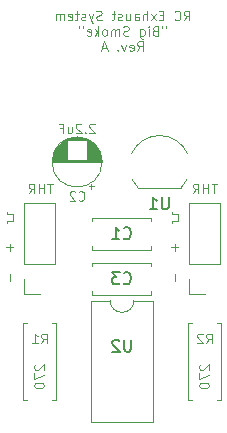
<source format=gbo>
G04 #@! TF.GenerationSoftware,KiCad,Pcbnew,(5.1.8)-1*
G04 #@! TF.CreationDate,2023-08-31T22:35:53+02:00*
G04 #@! TF.ProjectId,RC Exhaust System,52432045-7868-4617-9573-742053797374,rev?*
G04 #@! TF.SameCoordinates,Original*
G04 #@! TF.FileFunction,Legend,Bot*
G04 #@! TF.FilePolarity,Positive*
%FSLAX46Y46*%
G04 Gerber Fmt 4.6, Leading zero omitted, Abs format (unit mm)*
G04 Created by KiCad (PCBNEW (5.1.8)-1) date 2023-08-31 22:35:53*
%MOMM*%
%LPD*%
G01*
G04 APERTURE LIST*
%ADD10C,0.100000*%
%ADD11C,0.120000*%
%ADD12C,0.150000*%
G04 APERTURE END LIST*
D10*
X85095142Y-96735238D02*
X85095142Y-97344761D01*
X85095142Y-94195238D02*
X85095142Y-94804761D01*
X85399904Y-94500000D02*
X84790380Y-94500000D01*
D11*
X85380900Y-92277500D02*
X85380900Y-91642500D01*
X84872900Y-91642500D02*
X84872900Y-91515500D01*
X84872900Y-92277500D02*
X85380900Y-92277500D01*
X85380900Y-91642500D02*
X84872900Y-91642500D01*
X84872900Y-92277500D02*
X84872900Y-92404500D01*
X70902900Y-92277500D02*
X71410900Y-92277500D01*
X70902900Y-92277500D02*
X70902900Y-92404500D01*
X71410900Y-92277500D02*
X71410900Y-91642500D01*
X71410900Y-91642500D02*
X70902900Y-91642500D01*
X70902900Y-91642500D02*
X70902900Y-91515500D01*
D10*
X71125142Y-94195238D02*
X71125142Y-94804761D01*
X71429904Y-94500000D02*
X70820380Y-94500000D01*
X71125142Y-96735238D02*
X71125142Y-97344761D01*
X88677619Y-89096904D02*
X88220476Y-89096904D01*
X88449047Y-89896904D02*
X88449047Y-89096904D01*
X87953809Y-89896904D02*
X87953809Y-89096904D01*
X87953809Y-89477857D02*
X87496666Y-89477857D01*
X87496666Y-89896904D02*
X87496666Y-89096904D01*
X86658571Y-89896904D02*
X86925238Y-89515952D01*
X87115714Y-89896904D02*
X87115714Y-89096904D01*
X86810952Y-89096904D01*
X86734761Y-89135000D01*
X86696666Y-89173095D01*
X86658571Y-89249285D01*
X86658571Y-89363571D01*
X86696666Y-89439761D01*
X86734761Y-89477857D01*
X86810952Y-89515952D01*
X87115714Y-89515952D01*
X74788809Y-89096904D02*
X74331666Y-89096904D01*
X74560238Y-89896904D02*
X74560238Y-89096904D01*
X74065000Y-89896904D02*
X74065000Y-89096904D01*
X74065000Y-89477857D02*
X73607857Y-89477857D01*
X73607857Y-89896904D02*
X73607857Y-89096904D01*
X72769761Y-89896904D02*
X73036428Y-89515952D01*
X73226904Y-89896904D02*
X73226904Y-89096904D01*
X72922142Y-89096904D01*
X72845952Y-89135000D01*
X72807857Y-89173095D01*
X72769761Y-89249285D01*
X72769761Y-89363571D01*
X72807857Y-89439761D01*
X72845952Y-89477857D01*
X72922142Y-89515952D01*
X73226904Y-89515952D01*
X85892000Y-75261904D02*
X86158666Y-74880952D01*
X86349142Y-75261904D02*
X86349142Y-74461904D01*
X86044380Y-74461904D01*
X85968190Y-74500000D01*
X85930095Y-74538095D01*
X85892000Y-74614285D01*
X85892000Y-74728571D01*
X85930095Y-74804761D01*
X85968190Y-74842857D01*
X86044380Y-74880952D01*
X86349142Y-74880952D01*
X85092000Y-75185714D02*
X85130095Y-75223809D01*
X85244380Y-75261904D01*
X85320571Y-75261904D01*
X85434857Y-75223809D01*
X85511047Y-75147619D01*
X85549142Y-75071428D01*
X85587238Y-74919047D01*
X85587238Y-74804761D01*
X85549142Y-74652380D01*
X85511047Y-74576190D01*
X85434857Y-74500000D01*
X85320571Y-74461904D01*
X85244380Y-74461904D01*
X85130095Y-74500000D01*
X85092000Y-74538095D01*
X84139619Y-74842857D02*
X83872952Y-74842857D01*
X83758666Y-75261904D02*
X84139619Y-75261904D01*
X84139619Y-74461904D01*
X83758666Y-74461904D01*
X83492000Y-75261904D02*
X83072952Y-74728571D01*
X83492000Y-74728571D02*
X83072952Y-75261904D01*
X82768190Y-75261904D02*
X82768190Y-74461904D01*
X82425333Y-75261904D02*
X82425333Y-74842857D01*
X82463428Y-74766666D01*
X82539619Y-74728571D01*
X82653904Y-74728571D01*
X82730095Y-74766666D01*
X82768190Y-74804761D01*
X81701523Y-75261904D02*
X81701523Y-74842857D01*
X81739619Y-74766666D01*
X81815809Y-74728571D01*
X81968190Y-74728571D01*
X82044380Y-74766666D01*
X81701523Y-75223809D02*
X81777714Y-75261904D01*
X81968190Y-75261904D01*
X82044380Y-75223809D01*
X82082476Y-75147619D01*
X82082476Y-75071428D01*
X82044380Y-74995238D01*
X81968190Y-74957142D01*
X81777714Y-74957142D01*
X81701523Y-74919047D01*
X80977714Y-74728571D02*
X80977714Y-75261904D01*
X81320571Y-74728571D02*
X81320571Y-75147619D01*
X81282476Y-75223809D01*
X81206285Y-75261904D01*
X81092000Y-75261904D01*
X81015809Y-75223809D01*
X80977714Y-75185714D01*
X80634857Y-75223809D02*
X80558666Y-75261904D01*
X80406285Y-75261904D01*
X80330095Y-75223809D01*
X80292000Y-75147619D01*
X80292000Y-75109523D01*
X80330095Y-75033333D01*
X80406285Y-74995238D01*
X80520571Y-74995238D01*
X80596761Y-74957142D01*
X80634857Y-74880952D01*
X80634857Y-74842857D01*
X80596761Y-74766666D01*
X80520571Y-74728571D01*
X80406285Y-74728571D01*
X80330095Y-74766666D01*
X80063428Y-74728571D02*
X79758666Y-74728571D01*
X79949142Y-74461904D02*
X79949142Y-75147619D01*
X79911047Y-75223809D01*
X79834857Y-75261904D01*
X79758666Y-75261904D01*
X78920571Y-75223809D02*
X78806285Y-75261904D01*
X78615809Y-75261904D01*
X78539619Y-75223809D01*
X78501523Y-75185714D01*
X78463428Y-75109523D01*
X78463428Y-75033333D01*
X78501523Y-74957142D01*
X78539619Y-74919047D01*
X78615809Y-74880952D01*
X78768190Y-74842857D01*
X78844380Y-74804761D01*
X78882476Y-74766666D01*
X78920571Y-74690476D01*
X78920571Y-74614285D01*
X78882476Y-74538095D01*
X78844380Y-74500000D01*
X78768190Y-74461904D01*
X78577714Y-74461904D01*
X78463428Y-74500000D01*
X78196761Y-74728571D02*
X78006285Y-75261904D01*
X77815809Y-74728571D02*
X78006285Y-75261904D01*
X78082476Y-75452380D01*
X78120571Y-75490476D01*
X78196761Y-75528571D01*
X77549142Y-75223809D02*
X77472952Y-75261904D01*
X77320571Y-75261904D01*
X77244380Y-75223809D01*
X77206285Y-75147619D01*
X77206285Y-75109523D01*
X77244380Y-75033333D01*
X77320571Y-74995238D01*
X77434857Y-74995238D01*
X77511047Y-74957142D01*
X77549142Y-74880952D01*
X77549142Y-74842857D01*
X77511047Y-74766666D01*
X77434857Y-74728571D01*
X77320571Y-74728571D01*
X77244380Y-74766666D01*
X76977714Y-74728571D02*
X76672952Y-74728571D01*
X76863428Y-74461904D02*
X76863428Y-75147619D01*
X76825333Y-75223809D01*
X76749142Y-75261904D01*
X76672952Y-75261904D01*
X76101523Y-75223809D02*
X76177714Y-75261904D01*
X76330095Y-75261904D01*
X76406285Y-75223809D01*
X76444380Y-75147619D01*
X76444380Y-74842857D01*
X76406285Y-74766666D01*
X76330095Y-74728571D01*
X76177714Y-74728571D01*
X76101523Y-74766666D01*
X76063428Y-74842857D01*
X76063428Y-74919047D01*
X76444380Y-74995238D01*
X75720571Y-75261904D02*
X75720571Y-74728571D01*
X75720571Y-74804761D02*
X75682476Y-74766666D01*
X75606285Y-74728571D01*
X75492000Y-74728571D01*
X75415809Y-74766666D01*
X75377714Y-74842857D01*
X75377714Y-75261904D01*
X75377714Y-74842857D02*
X75339619Y-74766666D01*
X75263428Y-74728571D01*
X75149142Y-74728571D01*
X75072952Y-74766666D01*
X75034857Y-74842857D01*
X75034857Y-75261904D01*
X84349142Y-75761904D02*
X84349142Y-75914285D01*
X84044380Y-75761904D02*
X84044380Y-75914285D01*
X83434857Y-76142857D02*
X83320571Y-76180952D01*
X83282476Y-76219047D01*
X83244380Y-76295238D01*
X83244380Y-76409523D01*
X83282476Y-76485714D01*
X83320571Y-76523809D01*
X83396761Y-76561904D01*
X83701523Y-76561904D01*
X83701523Y-75761904D01*
X83434857Y-75761904D01*
X83358666Y-75800000D01*
X83320571Y-75838095D01*
X83282476Y-75914285D01*
X83282476Y-75990476D01*
X83320571Y-76066666D01*
X83358666Y-76104761D01*
X83434857Y-76142857D01*
X83701523Y-76142857D01*
X82901523Y-76561904D02*
X82901523Y-76028571D01*
X82901523Y-75761904D02*
X82939619Y-75800000D01*
X82901523Y-75838095D01*
X82863428Y-75800000D01*
X82901523Y-75761904D01*
X82901523Y-75838095D01*
X82177714Y-76028571D02*
X82177714Y-76676190D01*
X82215809Y-76752380D01*
X82253904Y-76790476D01*
X82330095Y-76828571D01*
X82444380Y-76828571D01*
X82520571Y-76790476D01*
X82177714Y-76523809D02*
X82253904Y-76561904D01*
X82406285Y-76561904D01*
X82482476Y-76523809D01*
X82520571Y-76485714D01*
X82558666Y-76409523D01*
X82558666Y-76180952D01*
X82520571Y-76104761D01*
X82482476Y-76066666D01*
X82406285Y-76028571D01*
X82253904Y-76028571D01*
X82177714Y-76066666D01*
X81225333Y-76523809D02*
X81111047Y-76561904D01*
X80920571Y-76561904D01*
X80844380Y-76523809D01*
X80806285Y-76485714D01*
X80768190Y-76409523D01*
X80768190Y-76333333D01*
X80806285Y-76257142D01*
X80844380Y-76219047D01*
X80920571Y-76180952D01*
X81072952Y-76142857D01*
X81149142Y-76104761D01*
X81187238Y-76066666D01*
X81225333Y-75990476D01*
X81225333Y-75914285D01*
X81187238Y-75838095D01*
X81149142Y-75800000D01*
X81072952Y-75761904D01*
X80882476Y-75761904D01*
X80768190Y-75800000D01*
X80425333Y-76561904D02*
X80425333Y-76028571D01*
X80425333Y-76104761D02*
X80387238Y-76066666D01*
X80311047Y-76028571D01*
X80196761Y-76028571D01*
X80120571Y-76066666D01*
X80082476Y-76142857D01*
X80082476Y-76561904D01*
X80082476Y-76142857D02*
X80044380Y-76066666D01*
X79968190Y-76028571D01*
X79853904Y-76028571D01*
X79777714Y-76066666D01*
X79739619Y-76142857D01*
X79739619Y-76561904D01*
X79244380Y-76561904D02*
X79320571Y-76523809D01*
X79358666Y-76485714D01*
X79396761Y-76409523D01*
X79396761Y-76180952D01*
X79358666Y-76104761D01*
X79320571Y-76066666D01*
X79244380Y-76028571D01*
X79130095Y-76028571D01*
X79053904Y-76066666D01*
X79015809Y-76104761D01*
X78977714Y-76180952D01*
X78977714Y-76409523D01*
X79015809Y-76485714D01*
X79053904Y-76523809D01*
X79130095Y-76561904D01*
X79244380Y-76561904D01*
X78634857Y-76561904D02*
X78634857Y-75761904D01*
X78558666Y-76257142D02*
X78330095Y-76561904D01*
X78330095Y-76028571D02*
X78634857Y-76333333D01*
X77682476Y-76523809D02*
X77758666Y-76561904D01*
X77911047Y-76561904D01*
X77987238Y-76523809D01*
X78025333Y-76447619D01*
X78025333Y-76142857D01*
X77987238Y-76066666D01*
X77911047Y-76028571D01*
X77758666Y-76028571D01*
X77682476Y-76066666D01*
X77644380Y-76142857D01*
X77644380Y-76219047D01*
X78025333Y-76295238D01*
X77339619Y-75761904D02*
X77339619Y-75914285D01*
X77034857Y-75761904D02*
X77034857Y-75914285D01*
X81930095Y-77861904D02*
X82196761Y-77480952D01*
X82387238Y-77861904D02*
X82387238Y-77061904D01*
X82082476Y-77061904D01*
X82006285Y-77100000D01*
X81968190Y-77138095D01*
X81930095Y-77214285D01*
X81930095Y-77328571D01*
X81968190Y-77404761D01*
X82006285Y-77442857D01*
X82082476Y-77480952D01*
X82387238Y-77480952D01*
X81282476Y-77823809D02*
X81358666Y-77861904D01*
X81511047Y-77861904D01*
X81587238Y-77823809D01*
X81625333Y-77747619D01*
X81625333Y-77442857D01*
X81587238Y-77366666D01*
X81511047Y-77328571D01*
X81358666Y-77328571D01*
X81282476Y-77366666D01*
X81244380Y-77442857D01*
X81244380Y-77519047D01*
X81625333Y-77595238D01*
X80977714Y-77328571D02*
X80787238Y-77861904D01*
X80596761Y-77328571D01*
X80292000Y-77785714D02*
X80253904Y-77823809D01*
X80292000Y-77861904D01*
X80330095Y-77823809D01*
X80292000Y-77785714D01*
X80292000Y-77861904D01*
X79339619Y-77633333D02*
X78958666Y-77633333D01*
X79415809Y-77861904D02*
X79149142Y-77061904D01*
X78882476Y-77861904D01*
D11*
X83075000Y-92290000D02*
X83075000Y-91975000D01*
X83075000Y-94715000D02*
X83075000Y-94400000D01*
X78135000Y-92290000D02*
X78135000Y-91975000D01*
X78135000Y-94715000D02*
X78135000Y-94400000D01*
X78135000Y-91975000D02*
X83075000Y-91975000D01*
X78135000Y-94715000D02*
X83075000Y-94715000D01*
X78135000Y-98525000D02*
X83075000Y-98525000D01*
X78135000Y-95785000D02*
X83075000Y-95785000D01*
X78135000Y-98525000D02*
X78135000Y-98210000D01*
X78135000Y-96100000D02*
X78135000Y-95785000D01*
X83075000Y-98525000D02*
X83075000Y-98210000D01*
X83075000Y-96100000D02*
X83075000Y-95785000D01*
X74700000Y-107410000D02*
X75030000Y-107410000D01*
X75030000Y-107410000D02*
X75030000Y-100870000D01*
X75030000Y-100870000D02*
X74700000Y-100870000D01*
X72620000Y-107410000D02*
X72290000Y-107410000D01*
X72290000Y-107410000D02*
X72290000Y-100870000D01*
X72290000Y-100870000D02*
X72620000Y-100870000D01*
X86260000Y-100870000D02*
X86590000Y-100870000D01*
X86260000Y-107410000D02*
X86260000Y-100870000D01*
X86590000Y-107410000D02*
X86260000Y-107410000D01*
X89000000Y-100870000D02*
X88670000Y-100870000D01*
X89000000Y-107410000D02*
X89000000Y-100870000D01*
X88670000Y-107410000D02*
X89000000Y-107410000D01*
X86300000Y-98485000D02*
X87630000Y-98485000D01*
X86300000Y-97155000D02*
X86300000Y-98485000D01*
X86300000Y-95885000D02*
X88960000Y-95885000D01*
X88960000Y-95885000D02*
X88960000Y-90745000D01*
X86300000Y-95885000D02*
X86300000Y-90745000D01*
X86300000Y-90745000D02*
X88960000Y-90745000D01*
X81645000Y-99000000D02*
X83295000Y-99000000D01*
X83295000Y-99000000D02*
X83295000Y-109280000D01*
X83295000Y-109280000D02*
X77995000Y-109280000D01*
X77995000Y-109280000D02*
X77995000Y-99000000D01*
X77995000Y-99000000D02*
X79645000Y-99000000D01*
X79645000Y-99000000D02*
G75*
G03*
X81645000Y-99000000I1000000J0D01*
G01*
X78955000Y-87265000D02*
G75*
G03*
X78955000Y-87265000I-2120000J0D01*
G01*
X78915000Y-87265000D02*
X74755000Y-87265000D01*
X78915000Y-87225000D02*
X74755000Y-87225000D01*
X78914000Y-87185000D02*
X74756000Y-87185000D01*
X78912000Y-87145000D02*
X74758000Y-87145000D01*
X78909000Y-87105000D02*
X74761000Y-87105000D01*
X78906000Y-87065000D02*
X77675000Y-87065000D01*
X75995000Y-87065000D02*
X74764000Y-87065000D01*
X78902000Y-87025000D02*
X77675000Y-87025000D01*
X75995000Y-87025000D02*
X74768000Y-87025000D01*
X78897000Y-86985000D02*
X77675000Y-86985000D01*
X75995000Y-86985000D02*
X74773000Y-86985000D01*
X78891000Y-86945000D02*
X77675000Y-86945000D01*
X75995000Y-86945000D02*
X74779000Y-86945000D01*
X78885000Y-86905000D02*
X77675000Y-86905000D01*
X75995000Y-86905000D02*
X74785000Y-86905000D01*
X78877000Y-86865000D02*
X77675000Y-86865000D01*
X75995000Y-86865000D02*
X74793000Y-86865000D01*
X78869000Y-86825000D02*
X77675000Y-86825000D01*
X75995000Y-86825000D02*
X74801000Y-86825000D01*
X78860000Y-86785000D02*
X77675000Y-86785000D01*
X75995000Y-86785000D02*
X74810000Y-86785000D01*
X78851000Y-86745000D02*
X77675000Y-86745000D01*
X75995000Y-86745000D02*
X74819000Y-86745000D01*
X78840000Y-86705000D02*
X77675000Y-86705000D01*
X75995000Y-86705000D02*
X74830000Y-86705000D01*
X78829000Y-86665000D02*
X77675000Y-86665000D01*
X75995000Y-86665000D02*
X74841000Y-86665000D01*
X78817000Y-86625000D02*
X77675000Y-86625000D01*
X75995000Y-86625000D02*
X74853000Y-86625000D01*
X78803000Y-86585000D02*
X77675000Y-86585000D01*
X75995000Y-86585000D02*
X74867000Y-86585000D01*
X78789000Y-86544000D02*
X77675000Y-86544000D01*
X75995000Y-86544000D02*
X74881000Y-86544000D01*
X78775000Y-86504000D02*
X77675000Y-86504000D01*
X75995000Y-86504000D02*
X74895000Y-86504000D01*
X78759000Y-86464000D02*
X77675000Y-86464000D01*
X75995000Y-86464000D02*
X74911000Y-86464000D01*
X78742000Y-86424000D02*
X77675000Y-86424000D01*
X75995000Y-86424000D02*
X74928000Y-86424000D01*
X78724000Y-86384000D02*
X77675000Y-86384000D01*
X75995000Y-86384000D02*
X74946000Y-86384000D01*
X78705000Y-86344000D02*
X77675000Y-86344000D01*
X75995000Y-86344000D02*
X74965000Y-86344000D01*
X78686000Y-86304000D02*
X77675000Y-86304000D01*
X75995000Y-86304000D02*
X74984000Y-86304000D01*
X78665000Y-86264000D02*
X77675000Y-86264000D01*
X75995000Y-86264000D02*
X75005000Y-86264000D01*
X78643000Y-86224000D02*
X77675000Y-86224000D01*
X75995000Y-86224000D02*
X75027000Y-86224000D01*
X78620000Y-86184000D02*
X77675000Y-86184000D01*
X75995000Y-86184000D02*
X75050000Y-86184000D01*
X78595000Y-86144000D02*
X77675000Y-86144000D01*
X75995000Y-86144000D02*
X75075000Y-86144000D01*
X78570000Y-86104000D02*
X77675000Y-86104000D01*
X75995000Y-86104000D02*
X75100000Y-86104000D01*
X78543000Y-86064000D02*
X77675000Y-86064000D01*
X75995000Y-86064000D02*
X75127000Y-86064000D01*
X78515000Y-86024000D02*
X77675000Y-86024000D01*
X75995000Y-86024000D02*
X75155000Y-86024000D01*
X78485000Y-85984000D02*
X77675000Y-85984000D01*
X75995000Y-85984000D02*
X75185000Y-85984000D01*
X78454000Y-85944000D02*
X77675000Y-85944000D01*
X75995000Y-85944000D02*
X75216000Y-85944000D01*
X78422000Y-85904000D02*
X77675000Y-85904000D01*
X75995000Y-85904000D02*
X75248000Y-85904000D01*
X78387000Y-85864000D02*
X77675000Y-85864000D01*
X75995000Y-85864000D02*
X75283000Y-85864000D01*
X78351000Y-85824000D02*
X77675000Y-85824000D01*
X75995000Y-85824000D02*
X75319000Y-85824000D01*
X78313000Y-85784000D02*
X77675000Y-85784000D01*
X75995000Y-85784000D02*
X75357000Y-85784000D01*
X78273000Y-85744000D02*
X77675000Y-85744000D01*
X75995000Y-85744000D02*
X75397000Y-85744000D01*
X78231000Y-85704000D02*
X77675000Y-85704000D01*
X75995000Y-85704000D02*
X75439000Y-85704000D01*
X78186000Y-85664000D02*
X77675000Y-85664000D01*
X75995000Y-85664000D02*
X75484000Y-85664000D01*
X78139000Y-85624000D02*
X77675000Y-85624000D01*
X75995000Y-85624000D02*
X75531000Y-85624000D01*
X78089000Y-85584000D02*
X77675000Y-85584000D01*
X75995000Y-85584000D02*
X75581000Y-85584000D01*
X78035000Y-85544000D02*
X77675000Y-85544000D01*
X75995000Y-85544000D02*
X75635000Y-85544000D01*
X77977000Y-85504000D02*
X77675000Y-85504000D01*
X75995000Y-85504000D02*
X75693000Y-85504000D01*
X77915000Y-85464000D02*
X77675000Y-85464000D01*
X75995000Y-85464000D02*
X75755000Y-85464000D01*
X77848000Y-85424000D02*
X75822000Y-85424000D01*
X77775000Y-85384000D02*
X75895000Y-85384000D01*
X77694000Y-85344000D02*
X75976000Y-85344000D01*
X77603000Y-85304000D02*
X76067000Y-85304000D01*
X77499000Y-85264000D02*
X76171000Y-85264000D01*
X77372000Y-85224000D02*
X76298000Y-85224000D01*
X77205000Y-85184000D02*
X76465000Y-85184000D01*
X78030000Y-89534801D02*
X78030000Y-89134801D01*
X78230000Y-89334801D02*
X77830000Y-89334801D01*
X72330000Y-90745000D02*
X74990000Y-90745000D01*
X72330000Y-95885000D02*
X72330000Y-90745000D01*
X74990000Y-95885000D02*
X74990000Y-90745000D01*
X72330000Y-95885000D02*
X74990000Y-95885000D01*
X72330000Y-97155000D02*
X72330000Y-98485000D01*
X72330000Y-98485000D02*
X73660000Y-98485000D01*
X85620000Y-89480000D02*
X82020000Y-89480000D01*
X86144184Y-88752795D02*
G75*
G02*
X85620000Y-89480000I-2324184J1122795D01*
G01*
X86176400Y-86531193D02*
G75*
G03*
X83820000Y-85030000I-2356400J-1098807D01*
G01*
X81463600Y-86531193D02*
G75*
G02*
X83820000Y-85030000I2356400J-1098807D01*
G01*
X81495816Y-88752795D02*
G75*
G03*
X82020000Y-89480000I2324184J1122795D01*
G01*
D12*
X80771666Y-93702142D02*
X80819285Y-93749761D01*
X80962142Y-93797380D01*
X81057380Y-93797380D01*
X81200238Y-93749761D01*
X81295476Y-93654523D01*
X81343095Y-93559285D01*
X81390714Y-93368809D01*
X81390714Y-93225952D01*
X81343095Y-93035476D01*
X81295476Y-92940238D01*
X81200238Y-92845000D01*
X81057380Y-92797380D01*
X80962142Y-92797380D01*
X80819285Y-92845000D01*
X80771666Y-92892619D01*
X79819285Y-93797380D02*
X80390714Y-93797380D01*
X80105000Y-93797380D02*
X80105000Y-92797380D01*
X80200238Y-92940238D01*
X80295476Y-93035476D01*
X80390714Y-93083095D01*
X80771666Y-97512142D02*
X80819285Y-97559761D01*
X80962142Y-97607380D01*
X81057380Y-97607380D01*
X81200238Y-97559761D01*
X81295476Y-97464523D01*
X81343095Y-97369285D01*
X81390714Y-97178809D01*
X81390714Y-97035952D01*
X81343095Y-96845476D01*
X81295476Y-96750238D01*
X81200238Y-96655000D01*
X81057380Y-96607380D01*
X80962142Y-96607380D01*
X80819285Y-96655000D01*
X80771666Y-96702619D01*
X80438333Y-96607380D02*
X79819285Y-96607380D01*
X80152619Y-96988333D01*
X80009761Y-96988333D01*
X79914523Y-97035952D01*
X79866904Y-97083571D01*
X79819285Y-97178809D01*
X79819285Y-97416904D01*
X79866904Y-97512142D01*
X79914523Y-97559761D01*
X80009761Y-97607380D01*
X80295476Y-97607380D01*
X80390714Y-97559761D01*
X80438333Y-97512142D01*
D10*
X73793333Y-102596904D02*
X74060000Y-102215952D01*
X74250476Y-102596904D02*
X74250476Y-101796904D01*
X73945714Y-101796904D01*
X73869523Y-101835000D01*
X73831428Y-101873095D01*
X73793333Y-101949285D01*
X73793333Y-102063571D01*
X73831428Y-102139761D01*
X73869523Y-102177857D01*
X73945714Y-102215952D01*
X74250476Y-102215952D01*
X73031428Y-102596904D02*
X73488571Y-102596904D01*
X73260000Y-102596904D02*
X73260000Y-101796904D01*
X73336190Y-101911190D01*
X73412380Y-101987380D01*
X73488571Y-102025476D01*
X73298095Y-104419523D02*
X73260000Y-104457619D01*
X73221904Y-104533809D01*
X73221904Y-104724285D01*
X73260000Y-104800476D01*
X73298095Y-104838571D01*
X73374285Y-104876666D01*
X73450476Y-104876666D01*
X73564761Y-104838571D01*
X74021904Y-104381428D01*
X74021904Y-104876666D01*
X73221904Y-105143333D02*
X73221904Y-105676666D01*
X74021904Y-105333809D01*
X73221904Y-106133809D02*
X73221904Y-106210000D01*
X73260000Y-106286190D01*
X73298095Y-106324285D01*
X73374285Y-106362380D01*
X73526666Y-106400476D01*
X73717142Y-106400476D01*
X73869523Y-106362380D01*
X73945714Y-106324285D01*
X73983809Y-106286190D01*
X74021904Y-106210000D01*
X74021904Y-106133809D01*
X73983809Y-106057619D01*
X73945714Y-106019523D01*
X73869523Y-105981428D01*
X73717142Y-105943333D01*
X73526666Y-105943333D01*
X73374285Y-105981428D01*
X73298095Y-106019523D01*
X73260000Y-106057619D01*
X73221904Y-106133809D01*
X87763333Y-102596904D02*
X88030000Y-102215952D01*
X88220476Y-102596904D02*
X88220476Y-101796904D01*
X87915714Y-101796904D01*
X87839523Y-101835000D01*
X87801428Y-101873095D01*
X87763333Y-101949285D01*
X87763333Y-102063571D01*
X87801428Y-102139761D01*
X87839523Y-102177857D01*
X87915714Y-102215952D01*
X88220476Y-102215952D01*
X87458571Y-101873095D02*
X87420476Y-101835000D01*
X87344285Y-101796904D01*
X87153809Y-101796904D01*
X87077619Y-101835000D01*
X87039523Y-101873095D01*
X87001428Y-101949285D01*
X87001428Y-102025476D01*
X87039523Y-102139761D01*
X87496666Y-102596904D01*
X87001428Y-102596904D01*
X87268095Y-104419523D02*
X87230000Y-104457619D01*
X87191904Y-104533809D01*
X87191904Y-104724285D01*
X87230000Y-104800476D01*
X87268095Y-104838571D01*
X87344285Y-104876666D01*
X87420476Y-104876666D01*
X87534761Y-104838571D01*
X87991904Y-104381428D01*
X87991904Y-104876666D01*
X87191904Y-105143333D02*
X87191904Y-105676666D01*
X87991904Y-105333809D01*
X87191904Y-106133809D02*
X87191904Y-106210000D01*
X87230000Y-106286190D01*
X87268095Y-106324285D01*
X87344285Y-106362380D01*
X87496666Y-106400476D01*
X87687142Y-106400476D01*
X87839523Y-106362380D01*
X87915714Y-106324285D01*
X87953809Y-106286190D01*
X87991904Y-106210000D01*
X87991904Y-106133809D01*
X87953809Y-106057619D01*
X87915714Y-106019523D01*
X87839523Y-105981428D01*
X87687142Y-105943333D01*
X87496666Y-105943333D01*
X87344285Y-105981428D01*
X87268095Y-106019523D01*
X87230000Y-106057619D01*
X87191904Y-106133809D01*
D12*
X81406904Y-102322380D02*
X81406904Y-103131904D01*
X81359285Y-103227142D01*
X81311666Y-103274761D01*
X81216428Y-103322380D01*
X81025952Y-103322380D01*
X80930714Y-103274761D01*
X80883095Y-103227142D01*
X80835476Y-103131904D01*
X80835476Y-102322380D01*
X80406904Y-102417619D02*
X80359285Y-102370000D01*
X80264047Y-102322380D01*
X80025952Y-102322380D01*
X79930714Y-102370000D01*
X79883095Y-102417619D01*
X79835476Y-102512857D01*
X79835476Y-102608095D01*
X79883095Y-102750952D01*
X80454523Y-103322380D01*
X79835476Y-103322380D01*
D10*
X76968333Y-90455714D02*
X77006428Y-90493809D01*
X77120714Y-90531904D01*
X77196904Y-90531904D01*
X77311190Y-90493809D01*
X77387380Y-90417619D01*
X77425476Y-90341428D01*
X77463571Y-90189047D01*
X77463571Y-90074761D01*
X77425476Y-89922380D01*
X77387380Y-89846190D01*
X77311190Y-89770000D01*
X77196904Y-89731904D01*
X77120714Y-89731904D01*
X77006428Y-89770000D01*
X76968333Y-89808095D01*
X76663571Y-89808095D02*
X76625476Y-89770000D01*
X76549285Y-89731904D01*
X76358809Y-89731904D01*
X76282619Y-89770000D01*
X76244523Y-89808095D01*
X76206428Y-89884285D01*
X76206428Y-89960476D01*
X76244523Y-90074761D01*
X76701666Y-90531904D01*
X76206428Y-90531904D01*
X78339761Y-84093095D02*
X78301666Y-84055000D01*
X78225476Y-84016904D01*
X78035000Y-84016904D01*
X77958809Y-84055000D01*
X77920714Y-84093095D01*
X77882619Y-84169285D01*
X77882619Y-84245476D01*
X77920714Y-84359761D01*
X78377857Y-84816904D01*
X77882619Y-84816904D01*
X77539761Y-84740714D02*
X77501666Y-84778809D01*
X77539761Y-84816904D01*
X77577857Y-84778809D01*
X77539761Y-84740714D01*
X77539761Y-84816904D01*
X77196904Y-84093095D02*
X77158809Y-84055000D01*
X77082619Y-84016904D01*
X76892142Y-84016904D01*
X76815952Y-84055000D01*
X76777857Y-84093095D01*
X76739761Y-84169285D01*
X76739761Y-84245476D01*
X76777857Y-84359761D01*
X77235000Y-84816904D01*
X76739761Y-84816904D01*
X76054047Y-84283571D02*
X76054047Y-84816904D01*
X76396904Y-84283571D02*
X76396904Y-84702619D01*
X76358809Y-84778809D01*
X76282619Y-84816904D01*
X76168333Y-84816904D01*
X76092142Y-84778809D01*
X76054047Y-84740714D01*
X75406428Y-84397857D02*
X75673095Y-84397857D01*
X75673095Y-84816904D02*
X75673095Y-84016904D01*
X75292142Y-84016904D01*
D12*
X84581904Y-90257380D02*
X84581904Y-91066904D01*
X84534285Y-91162142D01*
X84486666Y-91209761D01*
X84391428Y-91257380D01*
X84200952Y-91257380D01*
X84105714Y-91209761D01*
X84058095Y-91162142D01*
X84010476Y-91066904D01*
X84010476Y-90257380D01*
X83010476Y-91257380D02*
X83581904Y-91257380D01*
X83296190Y-91257380D02*
X83296190Y-90257380D01*
X83391428Y-90400238D01*
X83486666Y-90495476D01*
X83581904Y-90543095D01*
M02*

</source>
